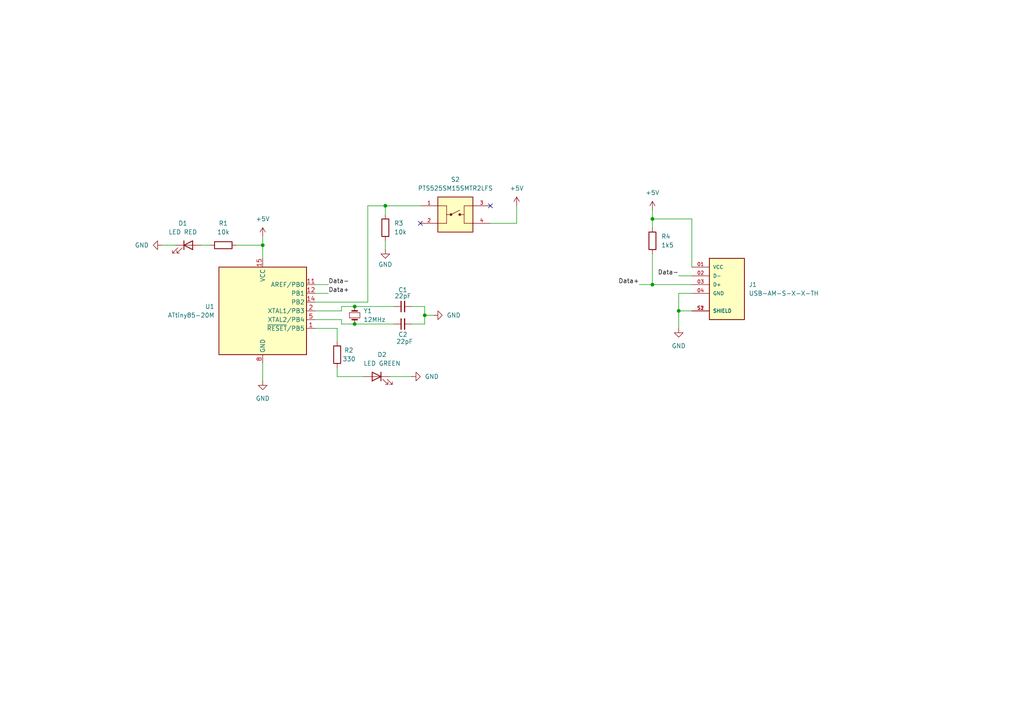
<source format=kicad_sch>
(kicad_sch (version 20231120) (generator "eeschema") (generator_version "8.0")
  (paper "A4")
  (lib_symbols
    (symbol "Device:C_Small" (pin_numbers hide) (pin_names (offset 0.254) hide)
      (property "Reference" "C" (at 0.254 1.778 0))
      (property "Value" "C_Small" (at 0.254 -2.032 0))
      (symbol "C_Small_0_1"
        (polyline (pts (xy -1.524 -0.508) (xy 1.524 -0.508)) (stroke (width 0.3302)))
        (polyline (pts (xy -1.524 0.508) (xy 1.524 0.508)) (stroke (width 0.3048)))
      )
      (symbol "C_Small_1_1"
        (pin passive line (at 0 2.54 270) (length 2.032) (name "~") (number "1"))
        (pin passive line (at 0 -2.54 90) (length 2.032) (name "~") (number "2"))
      )
    )
    (symbol "Device:Crystal_Small" (pin_numbers hide) (pin_names (offset 1.016) hide)
      (property "Reference" "Y" (at 0 2.54 0))
      (property "Value" "Crystal_Small" (at 0 -2.54 0))
      (symbol "Crystal_Small_0_1"
        (rectangle (start -0.762 -1.524) (end 0.762 1.524))
        (polyline (pts (xy -1.27 -0.762) (xy -1.27 0.762)) (stroke (width 0.381)))
        (polyline (pts (xy 1.27 -0.762) (xy 1.27 0.762)) (stroke (width 0.381)))
      )
      (symbol "Crystal_Small_1_1"
        (pin passive line (at -2.54 0 0) (length 1.27) (name "1") (number "1"))
        (pin passive line (at 2.54 0 180) (length 1.27) (name "2") (number "2"))
      )
    )
    (symbol "Device:LED" (pin_numbers hide) (pin_names (offset 1.016) hide)
      (property "Reference" "D" (at 0 2.54 0))
      (property "Value" "LED" (at 0 -2.54 0))
      (symbol "LED_0_1"
        (polyline (pts (xy -1.27 -1.27) (xy -1.27 1.27)) (stroke (width 0.254)))
        (polyline (pts (xy -1.27 0) (xy 1.27 0)))
        (polyline (pts (xy 1.27 -1.27) (xy 1.27 1.27) (xy -1.27 0) (xy 1.27 -1.27)) (stroke (width 0.254)))
        (polyline (pts (xy -3.048 -0.762) (xy -4.572 -2.286) (xy -3.81 -2.286) (xy -4.572 -2.286) (xy -4.572 -1.524)))
        (polyline (pts (xy -1.778 -0.762) (xy -3.302 -2.286) (xy -2.54 -2.286) (xy -3.302 -2.286) (xy -3.302 -1.524)))
      )
      (symbol "LED_1_1"
        (pin passive line (at -3.81 0 0) (length 2.54) (name "K") (number "1"))
        (pin passive line (at 3.81 0 180) (length 2.54) (name "A") (number "2"))
      )
    )
    (symbol "Device:R" (pin_numbers hide) (pin_names (offset 0))
      (property "Reference" "R" (at 2.032 0 90))
      (property "Value" "R" (at 0 0 90))
      (symbol "R_0_1"
        (rectangle (start -1.016 -2.54) (end 1.016 2.54) (stroke (width 0.254)))
      )
      (symbol "R_1_1"
        (pin passive line (at 0 3.81 270) (length 1.27) (name "~") (number "1"))
        (pin passive line (at 0 -3.81 90) (length 1.27) (name "~") (number "2"))
      )
    )
    (symbol "MCU_Microchip_ATtiny:ATtiny85-20M"
      (property "Reference" "U" (at -12.7 13.97 0))
      (property "Value" "ATtiny85-20M" (at 2.54 -13.97 0))
      (symbol "ATtiny85-20M_0_1"
        (rectangle (start -12.7 -12.7) (end 12.7 12.7) (stroke (width 0.254)) (fill (type background)))
      )
      (symbol "ATtiny85-20M_1_1"
        (pin bidirectional line (at 15.24 -5.08 180) (length 2.54) (name "~{RESET}/PB5") (number "1"))
        (pin no_connect line (at -12.7 -2.54 0) (length 2.54) hide (name "NC") (number "10"))
        (pin bidirectional line (at 15.24 7.62 180) (length 2.54) (name "AREF/PB0") (number "11"))
        (pin bidirectional line (at 15.24 5.08 180) (length 2.54) (name "PB1") (number "12"))
        (pin no_connect line (at -12.7 -5.08 0) (length 2.54) hide (name "NC") (number "13"))
        (pin bidirectional line (at 15.24 2.54 180) (length 2.54) (name "PB2") (number "14"))
        (pin power_in line (at 0 15.24 270) (length 2.54) (name "VCC") (number "15"))
        (pin no_connect line (at -12.7 -7.62 0) (length 2.54) hide (name "NC") (number "16"))
        (pin no_connect line (at -12.7 -10.16 0) (length 2.54) hide (name "NC") (number "17"))
        (pin no_connect line (at -7.62 -12.7 90) (length 2.54) hide (name "NC") (number "18"))
        (pin no_connect line (at -5.08 -12.7 90) (length 2.54) hide (name "NC") (number "19"))
        (pin bidirectional line (at 15.24 0 180) (length 2.54) (name "XTAL1/PB3") (number "2"))
        (pin no_connect line (at -2.54 -12.7 90) (length 2.54) hide (name "NC") (number "20"))
        (pin passive line (at 0 -15.24 90) (length 2.54) hide (name "GND") (number "21"))
        (pin no_connect line (at -12.7 10.16 0) (length 2.54) hide (name "NC") (number "3"))
        (pin no_connect line (at -12.7 7.62 0) (length 2.54) hide (name "NC") (number "4"))
        (pin bidirectional line (at 15.24 -2.54 180) (length 2.54) (name "XTAL2/PB4") (number "5"))
        (pin no_connect line (at -12.7 5.08 0) (length 2.54) hide (name "NC") (number "6"))
        (pin no_connect line (at -12.7 2.54 0) (length 2.54) hide (name "NC") (number "7"))
        (pin power_in line (at 0 -15.24 90) (length 2.54) (name "GND") (number "8"))
        (pin no_connect line (at -12.7 0 0) (length 2.54) hide (name "NC") (number "9"))
      )
    )
    (symbol "PTS525SM15SMTR2LFS:PTS525SM15SMTR2LFS" (pin_names (offset 1.016))
      (property "Reference" "S" (at -5.0838 5.5922 0))
      (property "Value" "PTS525SM15SMTR2LFS" (at -5.0809 -7.3672 0))
      (symbol "PTS525SM15SMTR2LFS_0_0"
        (rectangle (start -5.08 -5.08) (end 5.08 5.08) (stroke (width 0.254)) (fill (type background)))
        (circle (center -1.27 0) (radius 0.1905) (stroke (width 0.381)))
        (polyline (pts (xy -5.08 2.54) (xy -2.54 2.54)) (stroke (width 0.1524)))
        (polyline (pts (xy -2.54 -2.54) (xy -5.08 -2.54)) (stroke (width 0.1524)))
        (polyline (pts (xy -2.54 0) (xy -2.54 -2.54)) (stroke (width 0.1524)))
        (polyline (pts (xy -2.54 0) (xy -1.27 0)) (stroke (width 0.1524)))
        (polyline (pts (xy -2.54 2.54) (xy -2.54 0)) (stroke (width 0.1524)))
        (polyline (pts (xy -1.27 0) (xy 1.27 1.27)) (stroke (width 0.1524)))
        (polyline (pts (xy 1.27 0) (xy 2.54 0)) (stroke (width 0.1524)))
        (polyline (pts (xy 2.54 -2.54) (xy 5.08 -2.54)) (stroke (width 0.1524)))
        (polyline (pts (xy 2.54 0) (xy 2.54 -2.54)) (stroke (width 0.1524)))
        (polyline (pts (xy 2.54 2.54) (xy 2.54 0)) (stroke (width 0.1524)))
        (polyline (pts (xy 5.08 2.54) (xy 2.54 2.54)) (stroke (width 0.1524)))
        (circle (center 1.27 0) (radius 0.1905) (stroke (width 0.381)))
        (pin passive line (at -10.16 2.54 0) (length 5.08) (name "~") (number "1"))
        (pin passive line (at -10.16 -2.54 0) (length 5.08) (name "~") (number "2"))
        (pin passive line (at 10.16 2.54 180) (length 5.08) (name "~") (number "3"))
        (pin passive line (at 10.16 -2.54 180) (length 5.08) (name "~") (number "4"))
      )
    )
    (symbol "USB-PCB:USB-AM-S-X-X-TH" (pin_names (offset 1.016))
      (property "Reference" "J" (at -5.08 8.89 0))
      (property "Value" "USB-AM-S-X-X-TH" (at -5.08 -12.7 0))
      (symbol "USB-AM-S-X-X-TH_0_0"
        (rectangle (start -5.08 -10.16) (end 5.08 7.62) (stroke (width 0.254)) (fill (type background)))
        (pin power_in line (at -10.16 5.08 0) (length 5.08) (name "VCC") (number "01"))
        (pin bidirectional line (at -10.16 2.54 0) (length 5.08) (name "D-") (number "02"))
        (pin bidirectional line (at -10.16 0 0) (length 5.08) (name "D+") (number "03"))
        (pin power_in line (at -10.16 -2.54 0) (length 5.08) (name "GND") (number "04"))
        (pin passive line (at -10.16 -7.62 0) (length 5.08) (name "SHIELD") (number "S1"))
        (pin passive line (at -10.16 -7.62 0) (length 5.08) (name "SHIELD") (number "S2"))
      )
    )
    (symbol "power:+5V" (power) (pin_numbers hide) (pin_names (offset 0) hide)
      (property "Value" "+5V" (at 0 3.556 0))
      (symbol "+5V_0_1"
        (polyline (pts (xy -0.762 1.27) (xy 0 2.54)))
        (polyline (pts (xy 0 0) (xy 0 2.54)))
        (polyline (pts (xy 0 2.54) (xy 0.762 1.27)))
      )
      (symbol "+5V_1_1"
        (pin power_in line (at 0 0 90) (length 0) (name "~") (number "1"))
      )
    )
    (symbol "power:GND" (power) (pin_numbers hide) (pin_names (offset 0) hide)
      (property "Value" "GND" (at 0 -3.81 0))
      (symbol "GND_0_1"
        (polyline (pts (xy 0 0) (xy 0 -1.27) (xy 1.27 -1.27) (xy 0 -2.54) (xy -1.27 -1.27) (xy 0 -1.27)))
      )
      (symbol "GND_1_1"
        (pin power_in line (at 0 0 270) (length 0) (name "~") (number "1"))
      )
    )
  )
  (junction (at 196.85 90.17))
  (junction (at 102.87 88.9))
  (junction (at 111.76 59.69))
  (junction (at 76.2 71.12))
  (junction (at 102.87 93.98))
  (junction (at 189.23 63.5))
  (junction (at 189.23 82.55))
  (junction (at 123.19 91.44))
  (no_connect (at 121.92 64.77))
  (no_connect (at 142.24 59.69))
  (wire (pts (xy 196.85 80.01) (xy 200.66 80.01)))
  (wire (pts (xy 123.19 88.9) (xy 123.19 91.44)))
  (wire (pts (xy 91.44 95.25) (xy 97.79 95.25)))
  (wire (pts (xy 189.23 73.66) (xy 189.23 82.55)))
  (wire (pts (xy 99.06 90.17) (xy 91.44 90.17)))
  (wire (pts (xy 97.79 95.25) (xy 97.79 99.06)))
  (wire (pts (xy 200.66 63.5) (xy 189.23 63.5)))
  (wire (pts (xy 91.44 92.71) (xy 99.06 92.71)))
  (wire (pts (xy 142.24 64.77) (xy 149.86 64.77)))
  (wire (pts (xy 121.92 59.69) (xy 111.76 59.69)))
  (wire (pts (xy 91.44 85.09) (xy 95.25 85.09)))
  (wire (pts (xy 58.42 71.12) (xy 60.96 71.12)))
  (wire (pts (xy 97.79 109.22) (xy 105.41 109.22)))
  (wire (pts (xy 68.58 71.12) (xy 76.2 71.12)))
  (wire (pts (xy 91.44 82.55) (xy 95.25 82.55)))
  (wire (pts (xy 189.23 60.96) (xy 189.23 63.5)))
  (wire (pts (xy 200.66 77.47) (xy 200.66 63.5)))
  (wire (pts (xy 76.2 71.12) (xy 76.2 74.93)))
  (wire (pts (xy 106.68 59.69) (xy 111.76 59.69)))
  (wire (pts (xy 196.85 85.09) (xy 196.85 90.17)))
  (wire (pts (xy 113.03 109.22) (xy 119.38 109.22)))
  (wire (pts (xy 111.76 59.69) (xy 111.76 62.23)))
  (wire (pts (xy 102.87 88.9) (xy 99.06 88.9)))
  (wire (pts (xy 106.68 87.63) (xy 106.68 59.69)))
  (wire (pts (xy 123.19 93.98) (xy 119.38 93.98)))
  (wire (pts (xy 119.38 88.9) (xy 123.19 88.9)))
  (wire (pts (xy 99.06 88.9) (xy 99.06 90.17)))
  (wire (pts (xy 111.76 69.85) (xy 111.76 72.39)))
  (wire (pts (xy 196.85 90.17) (xy 196.85 95.25)))
  (wire (pts (xy 189.23 63.5) (xy 189.23 66.04)))
  (wire (pts (xy 102.87 93.98) (xy 114.3 93.98)))
  (wire (pts (xy 185.42 82.55) (xy 189.23 82.55)))
  (wire (pts (xy 76.2 105.41) (xy 76.2 110.49)))
  (wire (pts (xy 99.06 92.71) (xy 99.06 93.98)))
  (wire (pts (xy 76.2 68.58) (xy 76.2 71.12)))
  (wire (pts (xy 196.85 90.17) (xy 200.66 90.17)))
  (wire (pts (xy 123.19 91.44) (xy 125.73 91.44)))
  (wire (pts (xy 200.66 85.09) (xy 196.85 85.09)))
  (wire (pts (xy 102.87 88.9) (xy 114.3 88.9)))
  (wire (pts (xy 97.79 106.68) (xy 97.79 109.22)))
  (wire (pts (xy 99.06 93.98) (xy 102.87 93.98)))
  (wire (pts (xy 123.19 91.44) (xy 123.19 93.98)))
  (wire (pts (xy 149.86 64.77) (xy 149.86 59.69)))
  (wire (pts (xy 91.44 87.63) (xy 106.68 87.63)))
  (wire (pts (xy 189.23 82.55) (xy 200.66 82.55)))
  (wire (pts (xy 46.99 71.12) (xy 50.8 71.12)))
  (label "Data+" (at 185.42 82.55 180))
  (label "Data-" (at 95.25 82.55 0))
  (label "Data-" (at 196.85 80.01 180))
  (label "Data+" (at 95.25 85.09 0))
  (symbol (lib_id "power:GND") (at 46.99 71.12 270) (unit 1)
    (property "Reference" "#PWR02" (effects (hide yes)))
    (property "Value" "GND" (at 43.18 71.1199 90) (effects (justify right)))
    (property "Description" "Power symbol creates a global label with name \"GND\" , ground" (effects (hide yes)))
  )
  (symbol (lib_id "power:+5V") (at 149.86 59.69 0) (unit 1)
    (property "Reference" "#PWR07" (effects (hide yes)))
    (property "Value" "+5V" (at 149.86 54.61 0))
    (property "Description" "Power symbol creates a global label with name \"+5V\"" (effects (hide yes)))
  )
  (symbol (lib_id "USB-PCB:USB-AM-S-X-X-TH") (at 210.82 82.55 0) (unit 1)
    (property "Reference" "J1" (at 217.17 82.5499 0) (effects (justify left)))
    (property "Value" "USB-AM-S-X-X-TH" (at 217.17 85.0899 0) (effects (justify left)))
    (property "Footprint" "USB-AM-S-X-X-TH:USB_PCB" (effects (hide yes)))
    (property "MF" "Samtec" (effects (hide yes)))
    (property "MAXIMUM_PACKAGE_HEIGHT" "4.6 mm" (effects (hide yes)))
    (property "Package" "None" (effects (hide yes)))
    (property "Price" "None" (effects (hide yes)))
    (property "Check_prices" "https://www.snapeda.com/parts/USB-AM-S-F-B-TH/Samtec+Inc./view-part/?ref=eda" (effects (hide yes)))
    (property "STANDARD" "Manufacturer Recommendations" (effects (hide yes)))
    (property "PARTREV" "U" (effects (hide yes)))
    (property "SnapEDA_Link" "https://www.snapeda.com/parts/USB-AM-S-F-B-TH/Samtec+Inc./view-part/?ref=snap" (effects (hide yes)))
    (property "MP" "USB-AM-S-F-B-TH" (effects (hide yes)))
    (property "Purchase-URL" "https://www.snapeda.com/api/url_track_click_mouser/?unipart_id=474273&manufacturer=Samtec&part_name=USB-AM-S-F-B-TH&search_term=usb a male" (effects (hide yes)))
    (property "Description_1" "\nUSB-A (USB TYPE-A) USB 2.0 Plug Connector 4 Position Through Hole, Right Angle\n" (effects (hide yes)))
    (property "Availability" "In Stock" (effects (hide yes)))
    (property "MANUFACTURER" "Samtec" (effects (hide yes)))
  )
  (symbol (lib_id "Device:R") (at 64.77 71.12 90) (unit 1)
    (property "Reference" "R1" (at 64.77 64.77 90))
    (property "Value" "10k" (at 64.77 67.31 90))
    (property "Footprint" "Resistor_SMD:R_0201_0603Metric_Pad0.64x0.40mm_HandSolder" (effects (hide yes)))
    (property "Description" "Resistor" (effects (hide yes)))
  )
  (symbol (lib_id "Device:R") (at 111.76 66.04 0) (unit 1)
    (property "Reference" "R3" (at 114.3 64.7699 0) (effects (justify left)))
    (property "Value" "10k" (at 114.3 67.3099 0) (effects (justify left)))
    (property "Footprint" "Resistor_SMD:R_0201_0603Metric_Pad0.64x0.40mm_HandSolder" (effects (hide yes)))
    (property "Description" "Resistor" (effects (hide yes)))
  )
  (symbol (lib_id "Device:LED") (at 54.61 71.12 0) (unit 1)
    (property "Reference" "D1" (at 53.0225 64.77 0))
    (property "Value" "LED RED" (at 53.0225 67.31 0))
    (property "Footprint" "LED_SMD:LED_0201_0603Metric_Pad0.64x0.40mm_HandSolder" (effects (hide yes)))
    (property "Description" "Light emitting diode" (effects (hide yes)))
  )
  (symbol (lib_id "power:+5V") (at 189.23 60.96 0) (unit 1)
    (property "Reference" "#PWR08" (effects (hide yes)))
    (property "Value" "+5V" (at 189.23 55.88 0))
    (property "Description" "Power symbol creates a global label with name \"+5V\"" (effects (hide yes)))
  )
  (symbol (lib_id "power:GND") (at 125.73 91.44 90) (mirror x) (unit 1)
    (property "Reference" "#PWR05" (effects (hide yes)))
    (property "Value" "GND" (at 129.54 91.4399 90) (effects (justify right)))
    (property "Description" "Power symbol creates a global label with name \"GND\" , ground" (effects (hide yes)))
  )
  (symbol (lib_id "Device:C_Small") (at 116.84 88.9 90) (unit 1)
    (property "Reference" "C1" (at 116.84 84.074 90))
    (property "Value" "22pF" (at 116.84 85.852 90))
    (property "Footprint" "Capacitor_SMD:C_0603_1608Metric_Pad1.08x0.95mm_HandSolder" (effects (hide yes)))
    (property "Description" "Unpolarized capacitor, small symbol" (effects (hide yes)))
  )
  (symbol (lib_id "power:GND") (at 76.2 110.49 0) (unit 1)
    (property "Reference" "#PWR03" (effects (hide yes)))
    (property "Value" "GND" (at 76.2 115.57 0))
    (property "Description" "Power symbol creates a global label with name \"GND\" , ground" (effects (hide yes)))
  )
  (symbol (lib_id "Device:Crystal_Small") (at 102.87 91.44 270) (unit 1)
    (property "Reference" "Y1" (at 105.41 90.1699 90) (effects (justify left)))
    (property "Value" "12MHz" (at 105.41 92.7099 90) (effects (justify left)))
    (property "Footprint" "Crystal:Crystal_SMD_0603-2Pin_6.0x3.5mm_HandSoldering" (effects (hide yes)))
    (property "Description" "Two pin crystal, small symbol" (effects (hide yes)))
  )
  (symbol (lib_id "power:GND") (at 119.38 109.22 90) (mirror x) (unit 1)
    (property "Reference" "#PWR04" (effects (hide yes)))
    (property "Value" "GND" (at 123.19 109.2199 90) (effects (justify right)))
    (property "Description" "Power symbol creates a global label with name \"GND\" , ground" (effects (hide yes)))
  )
  (symbol (lib_id "power:GND") (at 196.85 95.25 0) (unit 1)
    (property "Reference" "#PWR09" (effects (hide yes)))
    (property "Value" "GND" (at 196.85 100.33 0))
    (property "Description" "Power symbol creates a global label with name \"GND\" , ground" (effects (hide yes)))
  )
  (symbol (lib_id "Device:R") (at 189.23 69.85 0) (unit 1)
    (property "Reference" "R4" (at 191.77 68.5799 0) (effects (justify left)))
    (property "Value" "1k5" (at 191.77 71.1199 0) (effects (justify left)))
    (property "Footprint" "Resistor_SMD:R_0201_0603Metric_Pad0.64x0.40mm_HandSolder" (effects (hide yes)))
    (property "Description" "Resistor" (effects (hide yes)))
  )
  (symbol (lib_id "Device:R") (at 97.79 102.87 0) (unit 1)
    (property "Reference" "R2" (at 99.822 101.6 0) (effects (justify left)))
    (property "Value" "330" (at 99.314 104.14 0) (effects (justify left)))
    (property "Footprint" "Resistor_SMD:R_0201_0603Metric_Pad0.64x0.40mm_HandSolder" (effects (hide yes)))
    (property "Description" "Resistor" (effects (hide yes)))
  )
  (symbol (lib_id "PTS525SM15SMTR2LFS:PTS525SM15SMTR2LFS") (at 132.08 62.23 0) (unit 1)
    (property "Reference" "S2" (at 132.08 52.07 0))
    (property "Value" "PTS525SM15SMTR2LFS" (at 132.08 54.61 0))
    (property "Footprint" "PTS525SM15SMTR2LFS:SW_PTS525SM15SMTR2LFS" (effects (hide yes)))
    (property "MF" "C&K" (effects (hide yes)))
    (property "Description_1" "\nTactile Switch SPST-NO Top Actuated Surface Mount\n" (effects (hide yes)))
    (property "Package" "Tactile Switch CK" (effects (hide yes)))
    (property "Price" "None" (effects (hide yes)))
    (property "Check_prices" "https://www.snapeda.com/parts/PTS525SM15SMTR2LFS/C%2526K/view-part/?ref=eda" (effects (hide yes)))
    (property "STANDARD" "Manufacturer REcommendation" (effects (hide yes)))
    (property "PARTREV" "NA" (effects (hide yes)))
    (property "SnapEDA_Link" "https://www.snapeda.com/parts/PTS525SM15SMTR2LFS/C%2526K/view-part/?ref=snap" (effects (hide yes)))
    (property "MP" "PTS525SM15SMTR2LFS" (effects (hide yes)))
    (property "Availability" "In Stock" (effects (hide yes)))
    (property "MANUFACTURER" "C & K" (effects (hide yes)))
  )
  (symbol (lib_id "Device:LED") (at 109.22 109.22 0) (mirror y) (unit 1)
    (property "Reference" "D2" (at 110.8075 102.87 0))
    (property "Value" "LED GREEN" (at 110.8075 105.41 0))
    (property "Footprint" "LED_SMD:LED_0201_0603Metric_Pad0.64x0.40mm_HandSolder" (effects (hide yes)))
    (property "Description" "Light emitting diode" (effects (hide yes)))
  )
  (symbol (lib_id "Device:C_Small") (at 116.84 93.98 90) (unit 1)
    (property "Reference" "C2" (at 116.84 97.028 90))
    (property "Value" "22pF" (at 117.348 99.06 90))
    (property "Footprint" "Capacitor_SMD:C_0603_1608Metric_Pad1.08x0.95mm_HandSolder" (effects (hide yes)))
    (property "Description" "Unpolarized capacitor, small symbol" (effects (hide yes)))
  )
  (symbol (lib_id "MCU_Microchip_ATtiny:ATtiny85-20M") (at 76.2 90.17 0) (unit 1)
    (property "Reference" "U1" (at 62.23 88.8999 0) (effects (justify right)))
    (property "Value" "ATtiny85-20M" (at 62.23 91.4399 0) (effects (justify right)))
    (property "Footprint" "Package_DFN_QFN:QFN-20-1EP_4x4mm_P0.5mm_EP2.5x2.5mm_ThermalVias" (effects (hide yes)))
    (property "Datasheet" "http://ww1.microchip.com/downloads/en/DeviceDoc/atmel-2586-avr-8-bit-microcontroller-attiny25-attiny45-attiny85_datasheet.pdf" (effects (hide yes)))
    (property "Description" "20MHz, 8kB Flash, 512B SRAM, 512B EEPROM, debugWIRE, QFN-20" (effects (hide yes)))
  )
  (symbol (lib_id "power:GND") (at 111.76 72.39 0) (unit 1)
    (property "Reference" "#PWR06" (effects (hide yes)))
    (property "Value" "GND" (at 111.76 76.708 0))
    (property "Description" "Power symbol creates a global label with name \"GND\" , ground" (effects (hide yes)))
  )
  (symbol (lib_id "power:+5V") (at 76.2 68.58 0) (unit 1)
    (property "Reference" "#PWR01" (effects (hide yes)))
    (property "Value" "+5V" (at 76.2 63.5 0))
    (property "Description" "Power symbol creates a global label with name \"+5V\"" (effects (hide yes)))
  )
)
</source>
